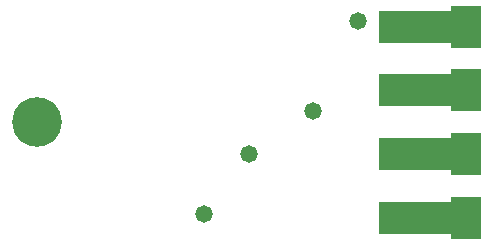
<source format=gts>
G04*
G04 #@! TF.GenerationSoftware,Altium Limited,Altium Designer,18.0.7 (293)*
G04*
G04 Layer_Color=8388736*
%FSLAX25Y25*%
%MOIN*%
G70*
G01*
G75*
%ADD15R,0.09843X0.14173*%
%ADD16R,0.33858X0.10630*%
%ADD17C,0.16548*%
%ADD18C,0.05800*%
D15*
X467917Y386221D02*
D03*
Y364961D02*
D03*
Y343701D02*
D03*
Y322441D02*
D03*
D16*
X455905Y386221D02*
D03*
Y364961D02*
D03*
Y343701D02*
D03*
Y322441D02*
D03*
D17*
X324803Y354331D02*
D03*
D18*
X431900Y388200D02*
D03*
X417100Y358000D02*
D03*
X395700Y343900D02*
D03*
X380500Y323600D02*
D03*
M02*

</source>
